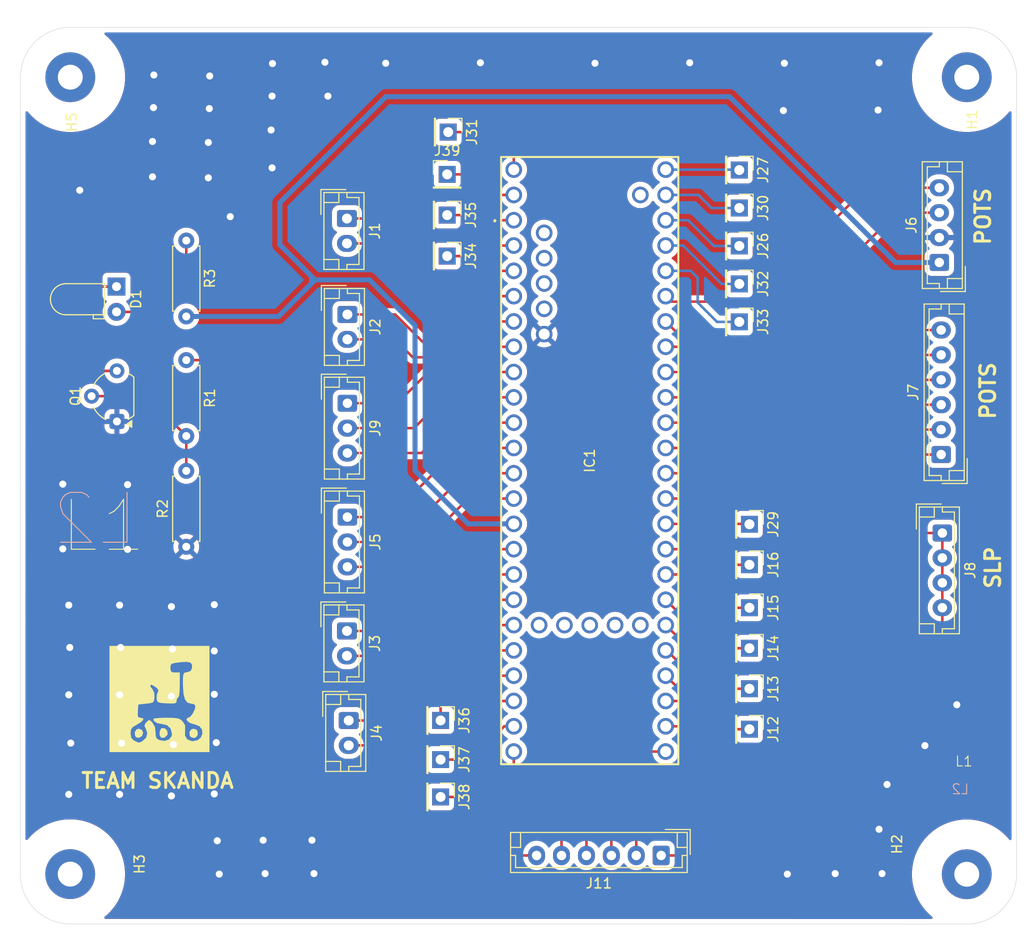
<source format=kicad_pcb>
(kicad_pcb (version 20241229) (generator "pcbnew") (generator_version "9.0")
  (layers (0 "F.Cu" signal) (2 "B.Cu" power) (13 "F.Paste" user) (15 "B.Paste" user) (5 "F.SilkS" user "F.Silkscreen") (7 "B.SilkS" user "B.Silkscreen") (1 "F.Mask" user) (3 "B.Mask" user) (25 "Edge.Cuts" user))
  (net 0 "")
  (net 1 "Net-(D1-K)")
  (net 2 "Net-(D1-A)")
  (net 3 "GND")
  (net 4 "Net-(IC1-A10)")
  (net 5 "Net-(IC1-A11)")
  (net 6 "Net-(IC1-RX2)")
  (net 7 "Net-(IC1-A13)")
  (net 8 "Net-(Q1-Pad2)")
  (net 9 "Net-(IC1-RX1)")
  (net 10 "Net-(IC1-IN2)")
  (net 11 "3V3")
  (net 12 "Net-(IC1-LRCLK2)")
  (net 13 "Net-(IC1-TX8)")
  (net 14 "Net-(IC1-A12)")
  (net 15 "Net-(IC1-CS_2)")
  (net 16 "Net-(IC1-RX8)")
  (net 17 "Net-(IC1-MOSI)")
  (net 18 "Net-(IC1-CS_1)")
  (net 19 "Net-(IC1-CTX3)")
  (net 20 "Net-(IC1-OUT1C)")
  (net 21 "Net-(IC1-MCLK2)")
  (net 22 "Net-(IC1-OUT1B)")
  (net 23 "Net-(IC1-MISO)")
  (net 24 "Net-(IC1-BCLK2)")
  (net 25 "Net-(IC1-OUT1D)")
  (net 26 "Net-(IC1-TX2)")
  (net 27 "Net-(IC1-ON{slash}OFF)")
  (net 28 "Net-(IC1-D-)")
  (net 29 "Net-(IC1-TX7)")
  (net 30 "Net-(IC1-3.3V_2)")
  (net 31 "Net-(IC1-VUSB)")
  (net 32 "Net-(IC1-GND_4)")
  (net 33 "Net-(IC1-PROGRAM)")
  (net 34 "Net-(IC1-A8)")
  (net 35 "Net-(IC1-A9)")
  (net 36 "Net-(IC1-CRX3)")
  (net 37 "Net-(IC1-VIN_(3.6_TO_5.5_VOLTS))")
  (net 38 "Net-(IC1-A14)")
  (net 39 "Net-(IC1-A17)")
  (net 40 "Net-(IC1-D+)")
  (net 41 "Net-(IC1-+5V)")
  (net 42 "Net-(IC1-CS_3)")
  (net 43 "Net-(IC1-GND_5)")
  (net 44 "Net-(IC1-GND_1)")
  (net 45 "Net-(IC1-GND_6)")
  (net 46 "Net-(IC1-GND_3)")
  (net 47 "Net-(IC1-RX7)")
  (net 48 "Net-(IC1-OUT2)")
  (net 49 "Net-(IC1-A16)")
  (net 50 "Net-(IC1-A15)")
  (net 51 "Net-(IC1-3.3V_(250_M_A_MAX))")
  (net 52 "Net-(IC1-TX1)")
  (net 53 "Net-(IC1-VBAT)")
  (net 54 "Net-(IC1-A7)")
  (net 55 "SLP")
  (net 56 "Net-(IC1-A0)")
  (net 57 "Net-(IC1-A5)")
  (net 58 "Net-(IC1-A2)")
  (net 59 "Net-(IC1-A4)")
  (net 60 "Net-(IC1-A6)")
  (net 61 "Net-(IC1-A1)")
  (net 62 "Net-(IC1-A3)")
  (footprint "Connector_JST:JST_EH_B2B-EH-A_1x02_P2.50mm_Vertical" (layer "F.Cu") (at 130.81 82.59 -90)
    (property "Reference" "J3")
    (property "Value" "Conn_01x02_Pin")
  )
  (footprint "LED_THT:LED_D3.0mm_Horizontal_O1.27mm_Z6.0mm" (layer "F.Cu") (at 107.69 48.02 -90)
    (property "Reference" "D1")
    (property "Value" "LED")
  )
  (footprint "Connector_PinHeader_2.54mm:PinHeader_1x01_P2.54mm_Vertical" (layer "F.Cu") (at 171.196 92.456 -90)
    (property "Reference" "J12")
    (property "Value" "Conn_01x01_Pin")
  )
  (footprint "Connector_PinHeader_2.54mm:PinHeader_1x01_P2.54mm_Vertical" (layer "F.Cu") (at 140.8684 36.7538)
    (property "Reference" "J39")
    (property "Value" "Conn_01x01_Pin")
  )
  (footprint "Connector_PinHeader_2.54mm:PinHeader_1x01_P2.54mm_Vertical" (layer "F.Cu") (at 170.18 36.322 -90)
    (property "Reference" "J27")
    (property "Value" "Conn_01x01_Pin")
  )
  (footprint "Package_TO_SOT_THT:TO-92L_Wide" (layer "F.Cu") (at 107.73 61.56 90)
    (property "Reference" "Q1")
    (property "Value" "2N3904")
  )
  (footprint "Connector_JST:JST_EH_B3B-EH-A_1x03_P2.50mm_Vertical" (layer "F.Cu") (at 130.856 59.73 -90)
    (property "Reference" "J9")
    (property "Value" "Conn_01x03_Pin")
  )
  (footprint "Connector_JST:JST_EH_B2B-EH-A_1x02_P2.50mm_Vertical" (layer "F.Cu") (at 130.81 41.188 -90)
    (property "Reference" "J1")
    (property "Value" "Conn_01x02_Pin")
  )
  (footprint "Connector_PinHeader_2.54mm:PinHeader_1x01_P2.54mm_Vertical" (layer "F.Cu") (at 171.196 88.392 -90)
    (property "Reference" "J13")
    (property "Value" "Conn_01x01_Pin")
  )
  (footprint "Connector_JST:JST_EH_B6B-EH-A_1x06_P2.50mm_Vertical" (layer "F.Cu") (at 190.43 64.88 90)
    (property "Reference" "J7")
    (property "Value" "Conn_01x06_Pin")
  )
  (footprint "LOGO" (layer "F.Cu") (at 112 89.5)
    (property "Reference" "G***" (hide yes))
    (property "Value" "LOGO" (hide yes))
  )
  (footprint "Resistor_THT:R_Axial_DIN0207_L6.3mm_D2.5mm_P7.62mm_Horizontal" (layer "F.Cu") (at 114.69 55.4 -90)
    (property "Reference" "R1")
    (property "Value" "10K")
  )
  (footprint "Connector_PinHeader_2.54mm:PinHeader_1x01_P2.54mm_Vertical" (layer "F.Cu") (at 140.8684 44.958 -90)
    (property "Reference" "J34")
    (property "Value" "Conn_01x01_Pin")
  )
  (footprint "Connector_PinHeader_2.54mm:PinHeader_1x01_P2.54mm_Vertical" (layer "F.Cu") (at 170.18 47.752 -90)
    (property "Reference" "J32")
    (property "Value" "Conn_01x01_Pin")
  )
  (footprint "MountingHole:MountingHole_2.5mm_Pad_TopBottom" (layer "F.Cu") (at 103.0527 27 -90)
    (property "Reference" "H5")
    (property "Value" "MountingHole")
  )
  (footprint "Connector_JST:JST_EH_B2B-EH-A_1x02_P2.50mm_Vertical" (layer "F.Cu") (at 130.99 91.58 -90)
    (property "Reference" "J4")
    (property "Value" "Conn_01x02_Pin")
  )
  (footprint "Connector_PinHeader_2.54mm:PinHeader_1x01_P2.54mm_Vertical" (layer "F.Cu") (at 140.208 91.574 -90)
    (property "Reference" "J36")
    (property "Value" "Conn_01x01_Pin")
  )
  (footprint "Connector_JST:JST_EH_B6B-EH-A_1x06_P2.50mm_Vertical" (layer "F.Cu") (at 162.34 105.13 180)
    (property "Reference" "J11")
    (property "Value" "Conn_01x06_Pin")
  )
  (footprint "Connector_PinHeader_2.54mm:PinHeader_1x01_P2.54mm_Vertical" (layer "F.Cu") (at 171.196 80.264 -90)
    (property "Reference" "J15")
    (property "Value" "Conn_01x01_Pin")
  )
  (footprint "MountingHole:MountingHole_2.5mm_Pad_TopBottom" (layer "F.Cu") (at 193 27 -90)
    (property "Reference" "H1")
    (property "Value" "MountingHole")
  )
  (footprint "Connector_PinHeader_2.54mm:PinHeader_1x01_P2.54mm_Vertical" (layer "F.Cu") (at 140.208 99.254 -90)
    (property "Reference" "J38")
    (property "Value" "Conn_01x01_Pin")
  )
  (footprint "Connector_PinHeader_2.54mm:PinHeader_1x01_P2.54mm_Vertical" (layer "F.Cu") (at 170.18 40.132 -90)
    (property "Reference" "J30")
    (property "Value" "Conn_01x01_Pin")
  )
  (footprint "Connector_PinHeader_2.54mm:PinHeader_1x01_P2.54mm_Vertical" (layer "F.Cu") (at 170.18 51.562 -90)
    (property "Reference" "J33")
    (property "Value" "Conn_01x01_Pin")
  )
  (footprint "Connector_JST:JST_EH_B4B-EH-A_1x04_P2.50mm_Vertical" (layer "F.Cu") (at 190.55 72.76 -90)
    (property "Reference" "J8")
    (property "Value" "Conn_01x04_Pin")
  )
  (footprint "Connector_JST:JST_EH_B4B-EH-A_1x04_P2.50mm_Vertical" (layer "F.Cu") (at 190.246 45.6 90)
    (property "Reference" "J6")
    (property "Value" "Conn_01x04_Pin")
  )
  (footprint "Connector_PinHeader_2.54mm:PinHeader_1x01_P2.54mm_Vertical" (layer "F.Cu") (at 140.97 32.512 -90)
    (property "Reference" "J31")
    (property "Value" "Conn_01x01_Pin")
  )
  (footprint "MountingHole:MountingHole_2.5mm_Pad_TopBottom" (layer "F.Cu") (at 193 107.014 -90)
    (property "Reference" "H2")
    (property "Value" "MountingHole")
  )
  (footprint "Connector_PinHeader_2.54mm:PinHeader_1x01_P2.54mm_Vertical" (layer "F.Cu") (at 170.18 43.942 -90)
    (property "Reference" "J26")
    (property "Value" "Conn_01x01_Pin")
  )
  (footprint "Connector_PinHeader_2.54mm:PinHeader_1x01_P2.54mm_Vertical" (layer "F.Cu") (at 171.196 84.328 -90)
    (property "Reference" "J14")
    (property "Value" "Conn_01x01_Pin")
  )
  (footprint "Connector_PinHeader_2.54mm:PinHeader_1x01_P2.54mm_Vertical" (layer "F.Cu") (at 140.8684 40.8432 -90)
    (property "Reference" "J35")
    (property "Value" "Conn_01x01_Pin")
  )
  (footprint "MountingHole:MountingHole_2.5mm_Pad_TopBottom" (layer "F.Cu") (at 103.0445 107.0007 -90)
    (property "Reference" "H3")
    (property "Value" "MountingHole")
  )
  (footprint "Resistor_THT:R_Axial_DIN0207_L6.3mm_D2.5mm_P7.62mm_Horizontal" (layer "F.Cu") (at 114.69 74.14 90)
    (property "Reference" "R2")
    (property "Value" "100K")
  )
  (footprint "teensy:TEENSY41" (layer "F.Cu") (at 147.55 41.36 -90)
    (property "Reference" "IC1")
    (property "Value" "TEENSY_4.1")
  )
  (footprint "Connector_PinHeader_2.54mm:PinHeader_1x01_P2.54mm_Vertical" (layer "F.Cu") (at 171.196 71.882 -90)
    (property "Reference" "J29")
    (property "Value" "Conn_01x01_Pin")
  )
  (footprint "Connector_PinHeader_2.54mm:PinHeader_1x01_P2.54mm_Vertical" (layer "F.Cu") (at 171.196 75.946 -90)
    (property "Reference" "J16")
    (property "Value" "Conn_01x01_Pin")
  )
  (footprint "Resistor_THT:R_Axial_DIN0207_L6.3mm_D2.5mm_P7.62mm_Horizontal" (layer "F.Cu") (at 114.69 43.4 -90)
    (property "Reference" "R3")
    (property "Value" "270")
  )
  (footprint "Connector_PinHeader_2.54mm:PinHeader_1x01_P2.54mm_Vertical" (layer "F.Cu") (at 140.208 95.504 -90)
    (property "Reference" "J37")
    (property "Value" "Conn_01x01_Pin")
  )
  (footprint "Connector_JST:JST_EH_B3B-EH-A_1x03_P2.50mm_Vertical" (layer "F.Cu") (at 130.856 71.16 -90)
    (property "Reference" "J5")
    (property "Value" "Conn_01x03_Pin")
  )
  (footprint "Connector_JST:JST_EH_B2B-EH-A_1x02_P2.50mm_Vertical" (layer "F.Cu") (at 130.856 50.82 -90)
    (property "Reference" "J2")
    (property "Value" "Conn_01x02_Pin")
  )
  (gr_poly (pts (xy 127.1016 47.8536) (xy 127.6096 47.3456) (xy 127.6096 47.244) (xy 127.1016 46.736) (xy 127.1016 47.1424)) (stroke (width 0.2)) (fill yes) (layer "B.Cu") (net 11))
  (gr_line (start 193 112.014) (end 103.043775 112.000737) (stroke (width 0.05)) (layer "Edge.Cuts"))
  (gr_line (start 103.052702 22) (end 193 22) (stroke (width 0.05)) (layer "Edge.Cuts"))
  (gr_arc (start 198 107.014) (mid 196.535534 110.549534) (end 193 112.014) (stroke (width 0.05)) (layer "Edge.Cuts"))
  (gr_line (start 98.044512 107.000225) (end 98.052702 26.999476) (stroke (width 0.05)) (layer "Edge.Cuts"))
  (gr_line (start 198 27) (end 198 107.014) (stroke (width 0.05)) (layer "Edge.Cuts"))
  (gr_arc (start 193 22) (mid 196.535534 23.464466) (end 198 27) (stroke (width 0.05)) (layer "Edge.Cuts"))
  (gr_arc (start 98.052702 26.999476) (mid 99.517353 23.464281) (end 103.052702 22) (stroke (width 0.05)) (layer "Edge.Cuts"))
  (gr_arc (start 103.043775 112.000737) (mid 99.508536 110.535829) (end 98.044512 107.000225) (stroke (width 0.05)) (layer "Edge.Cuts"))
  (gr_text "L1\n" (at 101.9 75 0) (layer "F.SilkS") (effects (font (size 5 5) (thickness 0.1)) (justify left bottom)))
  (gr_text "TEAM SKANDA" (at 104 98.5 0) (layer "F.SilkS") (effects (font (size 1.5 1.5) (thickness 0.3) (bold yes)) (justify left bottom)))
  (gr_text "POTS\n" (at 196 61.5 90) (layer "F.SilkS") (effects (font (size 1.5 1.5) (thickness 0.3) (bold yes)) (justify left bottom)))
  (gr_text "POTS\n" (at 195.5 44 90) (layer "F.SilkS") (effects (font (size 1.5 1.5) (thickness 0.3) (bold yes)) (justify left bottom)))
  (gr_text "L1" (at 191.77 96.266 0) (layer "F.SilkS") (effects (font (size 1 1) (thickness 0.1)) (justify left bottom)))
  (gr_text "SLP" (at 196.5 78.5 90) (layer "F.SilkS") (effects (font (size 1.5 1.5) (thickness 0.3) (bold yes)) (justify left bottom)))
  (gr_text "L2\n" (at 193.294 99.06 0) (layer "B.SilkS") (effects (font (size 1 1) (thickness 0.1)) (justify left bottom mirror)))
  (gr_text "L2" (at 110 74.3 0) (layer "B.SilkS") (effects (font (size 5 5) (thickness 0.1)) (justify left bottom mirror)))
  (segment (start 104.8416 56.48) (end 103.4288 55.0672) (width 0.254) (layer "F.Cu") (net 1))
  (segment (start 103.4288 55.0672) (end 103.4288 49.3268) (width 0.254) (layer "F.Cu") (net 1))
  (segment (start 107.73 56.48) (end 104.8416 56.48) (width 0.254) (layer "F.Cu") (net 1))
  (segment (start 103.4288 49.3268) (end 104.7356 48.02) (width 0.254) (layer "F.Cu") (net 1))
  (segment (start 104.7356 48.02) (end 107.69 48.02) (width 0.254) (layer "F.Cu") (net 1))
  (segment (start 114.69 45.58) (end 114.69 43.4) (width 0.254) (layer "F.Cu") (net 2))
  (segment (start 109.71 50.56) (end 114.69 45.58) (width 0.254) (layer "F.Cu") (net 2))
  (segment (start 107.69 50.56) (end 109.71 50.56) (width 0.254) (layer "F.Cu") (net 2))
  (via (at 117.7 93.8) (size 1.27) (drill 0.711) (layers "F.Cu" "B.Cu") (net 3))
  (via (at 108.1004 84.2508) (size 1.27) (drill 0.711) (layers "F.Cu" "B.Cu") (net 3))
  (via (at 174.7 25.6) (size 1.27) (drill 0.711) (layers "F.Cu" "B.Cu") (net 3))
  (via (at 165.1996 25.5492) (size 1.27) (drill 0.711) (layers "F.Cu" "B.Cu") (net 3))
  (via (at 144.1996 25.5492) (size 1.27) (drill 0.711) (layers "F.Cu" "B.Cu") (net 3))
  (via (at 119.1 41) (size 1.27) (drill 0.711) (layers "F.Cu" "B.Cu") (net 3))
  (via (at 122.6 106.9492) (size 1.27) (drill 0.711) (layers "F.Cu" "B.Cu") (net 3))
  (via (at 123.2 32.3) (size 1.27) (drill 0.711) (layers "F.Cu" "B.Cu") (net 3))
  (via (at 128.9 28.9) (size 1.27) (drill 0.711) (layers "F.Cu" "B.Cu") (net 3))
  (via (at 184.2 102.5) (size 1.27) (drill 0.711) (layers "F.Cu" "B.Cu") (net 3))
  (via (at 102.8996 99) (size 1.27) (drill 0.711) (layers "F.Cu" "B.Cu") (net 3))
  (via (at 113.4 94) (size 1.27) (drill 0.711) (layers "F.Cu" "B.Cu") (net 3))
  (via (at 127.4996 106.9492) (size 1.27) (drill 0.711) (layers "F.Cu" "B.Cu") (net 3))
  (via (at 113.1996 89.1492) (size 1.27) (drill 0.711) (layers "F.Cu" "B.Cu") (net 3))
  (via (at 155.7 25.6) (size 1.27) (drill 0.711) (layers "F.Cu" "B.Cu") (net 3))
  (via (at 192 90) (size 1.27) (drill 0.711) (layers "F.Cu" "B.Cu") (net 3))
  (via (at 184.4996 106.9492) (size 1.27) (drill 0.711) (layers "F.Cu" "B.Cu") (net 3))
  (via (at 116.9004 33.5508) (size 1.27) (drill 0.711) (layers "F.Cu" "B.Cu") (net 3))
  (via (at 104.0004 38.3508) (size 1.27) (drill 0.711) (layers "F.Cu" "B.Cu") (net 3))
  (via (at 127.3 103.6) (size 1.27) (drill 0.711) (layers "F.Cu" "B.Cu") (net 3))
  (via (at 113.3 84.4) (size 1.27) (drill 0.711) (layers "F.Cu" "B.Cu") (net 3))
  (via (at 113.1996 99.1492) (size 1.27) (drill 0.711) (layers "F.Cu" "B.Cu") (net 3))
  (via (at 108 89) (size 1.27) (drill 0.711) (layers "F.Cu" "B.Cu") (net 3))
  (via (at 108 99) (size 1.27) (drill 0.711) (layers "F.Cu" "B.Cu") (net 3))
  (via (at 102.8996 80) (size 1.27) (drill 0.711) (layers "F.Cu" "B.Cu") (net 3))
  (via (at 111.3 37) (size 1.27) (drill 0.711) (layers "F.Cu" "B.Cu") (net 3))
  (via (at 185 98) (size 1.27) (drill 0.711) (layers "F.Cu" "B.Cu") (net 3))
  (via (at 134.7 25.6) (size 1.27) (drill 0.711) (layers "F.Cu" "B.Cu") (net 3))
  (via (at 175 107) (size 1.27) (drill 0.711) (layers "F.Cu" "B.Cu") (net 3))
  (via (at 128.6 25.5) (size 1.27) (drill 0.711) (layers "F.Cu" "B.Cu") (net 3))
  (via (at 116.9 37.1) (size 1.27) (drill 0.711) (layers "F.Cu" "B.Cu") (net 3))
  (via (at 108.2004 93.8508) (size 1.27) (drill 0.711) (layers "F.Cu" "B.Cu") (net 3))
  (via (at 123.3 36.1) (size 1.27) (drill 0.711) (layers "F.Cu" "B.Cu") (net 3))
  (via (at 123.3 28.9) (size 1.27) (drill 0.711) (layers "F.Cu" "B.Cu") (net 3))
  (via (at 117.4996 98.9492) (size 1.27) (drill 0.711) (layers "F.Cu" "B.Cu") (net 3))
  (via (at 123.3392 25.6304) (size 1.27) (drill 0.711) (layers "F.Cu" "B.Cu") (net 3))
  (via (at 111.4004 30.0508) (size 1.27) (drill 0.711) (layers "F.Cu" "B.Cu") (net 3))
  (via (at 174.6004 30.3508) (size 1.27) (drill 0.711) (layers "F.Cu" "B.Cu") (net 3))
  (via (at 103 84.2508) (size 1.27) (drill 0.711) (layers "F.Cu" "B.Cu") (net 3))
  (via (at 111.4396 26.7812) (size 1.27) (drill 0.711) (layers "F.Cu" "B.Cu") (net 3))
  (via (at 113.1996 80.1492) (size 1.27) (drill 0.711) (layers "F.Cu" "B.Cu") (net 3))
  (via (at 108.8 74.4) (size 1.27) (drill 0.711) (layers "F.Cu" "B.Cu") (net 3))
  (via (at 117.5 84.6) (size 1.27) (drill 0.711) (layers "F.Cu" "B.Cu") (net 3))
  (via (at 179.8 106.9492) (size 1.27) (drill 0.711) (layers "F.Cu" "B.Cu") (net 3))
  (via (at 117.4996 88.9492) (size 1.27) (drill 0.711) (layers "F.Cu" "B.Cu") (net 3))
  (via (at 103.1 93.8508) (size 1.27) (drill 0.711) (layers "F.Cu" "B.Cu") (net 3))
  (via (at 184.1996 25.5492) (size 1.27) (drill 0.711) (layers "F.Cu" "B.Cu") (net 3))
  (via (at 111.3004 33.4508) (size 1.27) (drill 0.711) (layers "F.Cu" "B.Cu") (net 3))
  (via (at 102.3004 74.3508) (size 1.27) (drill 0.711) (layers "F.Cu" "B.Cu") (net 3))
  (via (at 117.4996 79.9492) (size 1.27) (drill 0.711) (layers "F.Cu" "B.Cu") (net 3))
  (via (at 118 107) (size 1.27) (drill 0.711) (layers "F.Cu" "B.Cu") (net 3))
  (via (at 188.8 94.1) (size 1.27) (drill 0.711) (layers "F.Cu" "B.Cu") (net 3))
  (via (at 102.3004 67.8508) (size 1.27) (drill 0.711) (layers "F.Cu" "B.Cu") (net 3))
  (via (at 117.0396 26.8812) (size 1.27) (drill 0.711) (layers "F.Cu" "B.Cu") (net 3))
  (via (at 122.4004 103.6) (size 1.27) (drill 0.711) (layers "F.Cu" "B.Cu") (net 3))
  (via (at 117.8004 103.6508) (size 1.27) (drill 0.711) (layers "F.Cu" "B.Cu") (net 3))
  (via (at 102.8996 89) (size 1.27) (drill 0.711) (layers "F.Cu" "B.Cu") (net 3))
  (via (at 117.0004 30.1508) (size 1.27) (drill 0.711) (layers "F.Cu" "B.Cu") (net 3))
  (via (at 184.1 30.3) (size 1.27) (drill 0.711) (layers "F.Cu" "B.Cu") (net 3))
  (via (at 108.8 67.9) (size 1.27) (drill 0.711) (layers "F.Cu" "B.Cu") (net 3))
  (via (at 108 80) (size 1.27) (drill 0.711) (layers "F.Cu" "B.Cu") (net 3))
  (segment (start 130.81 82.59) (end 137.12 82.59) (width 0.254) (layer "F.Cu") (net 4))
  (segment (start 137.12 82.59) (end 145.33 74.38) (width 0.254) (layer "F.Cu") (net 4))
  (segment (start 145.33 74.38) (end 147.55 74.38) (width 0.254) (layer "F.Cu") (net 4))
  (segment (start 145.076 76.92) (end 136.906 85.09) (width 0.254) (layer "F.Cu") (net 5))
  (segment (start 136.906 85.09) (end 130.81 85.09) (width 0.254) (layer "F.Cu") (net 5))
  (segment (start 147.55 76.92) (end 145.076 76.92) (width 0.254) (layer "F.Cu") (net 5))
  (segment (start 135.856 59.73) (end 138.986 56.6) (width 0.254) (layer "F.Cu") (net 6))
  (segment (start 130.856 59.73) (end 135.856 59.73) (width 0.254) (layer "F.Cu") (net 6))
  (segment (start 138.986 56.6) (end 147.55 56.6) (width 0.254) (layer "F.Cu") (net 6))
  (segment (start 132.996 94.08) (end 145.076 82) (width 0.254) (layer "F.Cu") (net 7))
  (segment (start 130.99 94.08) (end 132.996 94.08) (width 0.254) (layer "F.Cu") (net 7))
  (segment (start 145.076 82) (end 147.55 82) (width 0.254) (layer "F.Cu") (net 7))
  (segment (start 105.19 59.02) (end 110.69 59.02) (width 0.254) (layer "F.Cu") (net 8))
  (segment (start 114.69 66.52) (end 114.69 63.02) (width 0.254) (layer "F.Cu") (net 8))
  (segment (start 110.69 59.02) (end 114.69 63.02) (width 0.254) (layer "F.Cu") (net 8))
  (segment (start 143.002 36.7538) (end 145.0682 38.82) (width 0.254) (layer "F.Cu") (net 9))
  (segment (start 140.8684 36.7538) (end 143.002 36.7538) (width 0.254) (layer "F.Cu") (net 9))
  (segment (start 145.0682 38.82) (end 147.55 38.82) (width 0.254) (layer "F.Cu") (net 9))
  (segment (start 145.584 51.52) (end 147.55 51.52) (width 0.254) (layer "F.Cu") (net 10))
  (segment (start 130.856 50.82) (end 135.656 50.82) (width 0.254) (layer "F.Cu") (net 10))
  (segment (start 135.656 50.82) (end 138.43 53.594) (width 0.254) (layer "F.Cu") (net 10))
  (segment (start 143.51 53.594) (end 145.584 51.52) (width 0.254) (layer "F.Cu") (net 10))
  (segment (start 138.43 53.594) (end 143.51 53.594) (width 0.254) (layer "F.Cu") (net 10))
  (segment (start 169.206 28.956) (end 185.85 45.6) (width 0.508) (layer "B.Cu") (net 11))
  (segment (start 137.6426 51.9176) (end 137.6426 66.4972) (width 0.508) (layer "B.Cu") (net 11))
  (segment (start 124.079 39.5986) (end 134.7216 28.956) (width 0.508) (layer "B.Cu") (net 11))
  (segment (start 134.7216 28.956) (end 169.206 28.956) (width 0.508) (layer "B.Cu") (net 11))
  (segment (start 137.6426 66.4972) (end 142.9854 71.84) (width 0.508) (layer "B.Cu") (net 11))
  (segment (start 127.6096 47.3456) (end 133.0706 47.3456) (width 0.508) (layer "B.Cu") (net 11))
  (segment (start 127.6096 47.3456) (end 124.079 43.815) (width 0.508) (layer "B.Cu") (net 11))
  (segment (start 124.079 43.815) (end 124.079 39.5986) (width 0.508) (layer "B.Cu") (net 11))
  (segment (start 123.9352 51.02) (end 127.6096 47.3456) (width 0.508) (layer "B.Cu") (net 11))
  (segment (start 185.85 45.6) (end 190.246 45.6) (width 0.508) (layer "B.Cu") (net 11))
  (segment (start 133.0706 47.3456) (end 137.6426 51.9176) (width 0.508) (layer "B.Cu") (net 11))
  (segment (start 114.69 51.02) (end 123.9352 51.02) (width 0.508) (layer "B.Cu") (net 11))
  (segment (start 142.9854 71.84) (end 147.55 71.84) (width 0.508) (layer "B.Cu") (net 11))
  (segment (start 130.81 41.188) (end 135.803 41.188) (width 0.254) (layer "F.Cu") (net 12))
  (segment (start 145.3984 46.44) (end 147.55 46.44) (width 0.254) (layer "F.Cu") (net 12))
  (segment (start 135.803 41.188) (end 137.6172 43.0022) (width 0.254) (layer "F.Cu") (net 12))
  (segment (start 138.8618 47.7774) (end 144.0434 47.7774) (width 0.254) (layer "F.Cu") (net 12))
  (segment (start 137.6172 43.0022) (end 137.6172 46.5328) (width 0.254) (layer "F.Cu") (net 12))
  (segment (start 144.0434 47.7774) (end 145.3896 46.4312) (width 0.254) (layer "F.Cu") (net 12))
  (segment (start 145.3896 46.4312) (end 145.3984 46.44) (width 0.254) (layer "F.Cu") (net 12))
  (segment (start 137.6172 46.5328) (end 138.8618 47.7774) (width 0.254) (layer "F.Cu") (net 12))
  (segment (start 165.608 100.584) (end 164.846 101.346) (width 0.254) (layer "F.Cu") (net 13))
  (segment (start 164.846 101.346) (end 160.528 101.346) (width 0.254) (layer "F.Cu") (net 13))
  (segment (start 165.608 90.932) (end 165.608 100.584) (width 0.254) (layer "F.Cu") (net 13))
  (segment (start 164.296 89.62) (end 165.608 90.932) (width 0.254) (layer "F.Cu") (net 13))
  (segment (start 162.79 89.62) (end 164.296 89.62) (width 0.254) (layer "F.Cu") (net 13))
  (segment (start 160.528 101.346) (end 159.84 102.034) (width 0.254) (layer "F.Cu") (net 13))
  (segment (start 159.84 102.034) (end 159.84 105.13) (width 0.254) (layer "F.Cu") (net 13))
  (segment (start 145.076 79.46) (end 147.55 79.46) (width 0.254) (layer "F.Cu") (net 14))
  (segment (start 130.99 91.58) (end 132.956 91.58) (width 0.254) (layer "F.Cu") (net 14))
  (segment (start 132.956 91.58) (end 145.076 79.46) (width 0.254) (layer "F.Cu") (net 14))
  (segment (start 166.37 103.4) (end 164.64 105.13) (width 0.254) (layer "F.Cu") (net 15))
  (segment (start 164.64 105.13) (end 162.34 105.13) (width 0.254) (layer "F.Cu") (net 15))
  (segment (start 166.37 90.66) (end 166.37 103.4) (width 0.254) (layer "F.Cu") (net 15))
  (segment (start 162.79 87.08) (end 166.37 90.66) (width 0.254) (layer "F.Cu") (net 15))
  (segment (start 160.274 100.076) (end 157.34 103.01) (width 0.254) (layer "F.Cu") (net 16))
  (segment (start 164.55 92.16) (end 164.846 92.456) (width 0.254) (layer "F.Cu") (net 16))
  (segment (start 157.34 103.01) (end 157.34 105.13) (width 0.254) (layer "F.Cu") (net 16))
  (segment (start 164.338 100.076) (end 160.274 100.076) (width 0.254) (layer "F.Cu") (net 16))
  (segment (start 164.846 92.456) (end 164.846 99.568) (width 0.254) (layer "F.Cu") (net 16))
  (segment (start 162.79 92.16) (end 164.55 92.16) (width 0.254) (layer "F.Cu") (net 16))
  (segment (start 164.846 99.568) (end 164.338 100.076) (width 0.254) (layer "F.Cu") (net 16))
  (segment (start 135.86 73.66) (end 142.76 66.76) (width 0.254) (layer "F.Cu") (net 17))
  (segment (start 130.856 73.66) (end 135.86 73.66) (width 0.254) (layer "F.Cu") (net 17))
  (segment (start 142.76 66.76) (end 147.55 66.76) (width 0.254) (layer "F.Cu") (net 17))
  (segment (start 135.11 71.16) (end 142.05 64.22) (width 0.254) (layer "F.Cu") (net 18))
  (segment (start 130.856 71.16) (end 135.11 71.16) (width 0.254) (layer "F.Cu") (net 18))
  (segment (start 142.05 64.22) (end 147.55 64.22) (width 0.254) (layer "F.Cu") (net 18))
  (segment (start 146.6 92.16) (end 145.94 92.82) (width 0.254) (layer "F.Cu") (net 19))
  (segment (start 147.55 92.16) (end 146.6 92.16) (width 0.254) (layer "F.Cu") (net 19))
  (segment (start 145.94 92.82) (end 145.94 103.33) (width 0.254) (layer "F.Cu") (net 19))
  (segment (start 145.94 103.33) (end 147.74 105.13) (width 0.254) (layer "F.Cu") (net 19))
  (segment (start 147.74 105.13) (end 149.84 105.13) (width 0.254) (layer "F.Cu") (net 19))
  (segment (start 138.29 64.73) (end 141.34 61.68) (width 0.254) (layer "F.Cu") (net 20))
  (segment (start 130.856 64.73) (end 138.29 64.73) (width 0.254) (layer "F.Cu") (net 20))
  (segment (start 141.34 61.68) (end 147.55 61.68) (width 0.254) (layer "F.Cu") (net 20))
  (segment (start 159.808 94.7) (end 154.84 99.668) (width 0.254) (layer "F.Cu") (net 21))
  (segment (start 154.84 99.668) (end 154.84 105.13) (width 0.254) (layer "F.Cu") (net 21))
  (segment (start 162.79 94.7) (end 159.808 94.7) (width 0.254) (layer "F.Cu") (net 21))
  (segment (start 147.55 97.19) (end 147.55 94.7) (width 0.254) (layer "F.Cu") (net 22))
  (segment (start 152.34 105.13) (end 152.34 101.98) (width 0.254) (layer "F.Cu") (net 22))
  (segment (start 152.34 101.98) (end 147.55 97.19) (width 0.254) (layer "F.Cu") (net 22))
  (segment (start 142.97 69.3) (end 147.55 69.3) (width 0.254) (layer "F.Cu") (net 23))
  (segment (start 136.11 76.16) (end 142.97 69.3) (width 0.254) (layer "F.Cu") (net 23))
  (segment (start 130.856 76.16) (end 136.11 76.16) (width 0.254) (layer "F.Cu") (net 23))
  (segment (start 136.652 45.0596) (end 135.2804 43.688) (width 0.254) (layer "F.Cu") (net 24))
  (segment (start 135.2804 43.688) (end 130.81 43.688) (width 0.254) (layer "F.Cu") (net 24))
  (segment (start 136.652 46.8376) (end 136.652 45.0596) (width 0.254) (layer "F.Cu") (net 24))
  (segment (start 147.55 48.98) (end 138.7944 48.98) (width 0.254) (layer "F.Cu") (net 24))
  (segment (start 138.7944 48.98) (end 136.652 46.8376) (width 0.254) (layer "F.Cu") (net 24))
  (segment (start 144.822 54.06) (end 147.55 54.06) (width 0.254) (layer "F.Cu") (net 25))
  (segment (start 130.856 53.32) (end 135.616 53.32) (width 0.254) (layer "F.Cu") (net 25))
  (segment (start 137.414 55.118) (end 143.764 55.118) (width 0.254) (layer "F.Cu") (net 25))
  (segment (start 135.616 53.32) (end 137.414 55.118) (width 0.254) (layer "F.Cu") (net 25))
  (segment (start 143.764 55.118) (end 144.822 54.06) (width 0.254) (layer "F.Cu") (net 25))
  (segment (start 140.63 59.14) (end 147.55 59.14) (width 0.254) (layer "F.Cu") (net 26))
  (segment (start 130.856 62.23) (end 137.54 62.23) (width 0.254) (layer "F.Cu") (net 26))
  (segment (start 137.54 62.23) (end 140.63 59.14) (width 0.254) (layer "F.Cu") (net 26))
  (segment (start 143.256 94.996) (end 142.748 95.504) (width 0.254) (layer "F.Cu") (net 29))
  (segment (start 144.568 87.08) (end 143.256 88.392) (width 0.254) (layer "F.Cu") (net 29))
  (segment (start 142.748 95.504) (end 140.208 95.504) (width 0.254) (layer "F.Cu") (net 29))
  (segment (start 147.55 87.08) (end 144.568 87.08) (width 0.254) (layer "F.Cu") (net 29))
  (segment (start 143.256 88.392) (end 143.256 94.996) (width 0.254) (layer "F.Cu") (net 29))
  (segment (start 162.79 71.84) (end 171.154 71.84) (width 0.254) (layer "F.Cu") (net 32))
  (segment (start 171.154 71.84) (end 171.196 71.882) (width 0.254) (layer "F.Cu") (net 32))
  (segment (start 165.312 46.44) (end 166 47.128) (width 0.254) (layer "B.Cu") (net 34))
  (segment (start 167.94 51.562) (end 170.18 51.562) (width 0.254) (layer "B.Cu") (net 34))
  (segment (start 166 49.622) (end 167.94 51.562) (width 0.254) (layer "B.Cu") (net 34))
  (segment (start 162.79 46.44) (end 165.312 46.44) (width 0.254) (layer "B.Cu") (net 34))
  (segment (start 166 47.128) (end 166 49.622) (width 0.254) (layer "B.Cu") (net 34))
  (segment (start 170.11 47.822) (end 170.18 47.752) (width 0.254) (layer "F.Cu") (net 35))
  (segment (start 164.55 43.9) (end 168.402 47.752) (width 0.254) (layer "B.Cu") (net 35))
  (segment (start 162.79 43.9) (end 164.55 43.9) (width 0.254) (layer "B.Cu") (net 35))
  (segment (start 168.402 47.752) (end 170.18 47.752) (width 0.254) (layer "B.Cu") (net 35))
  (segment (start 144.272 97.028) (end 142.046 99.254) (width 0.254) (layer "F.Cu") (net 36))
  (segment (start 147.55 89.62) (end 145.584 89.62) (width 0.254) (layer "F.Cu") (net 36))
  (segment (start 145.584 89.62) (end 144.272 90.932) (width 0.254) (layer "F.Cu") (net 36))
  (segment (start 147.55 89.62) (end 147.55 89.7) (width 0.254) (layer "F.Cu") (net 36))
  (segment (start 142.046 99.254) (end 140.208 99.254) (width 0.254) (layer "F.Cu") (net 36))
  (segment (start 144.272 90.932) (end 144.272 97.028) (width 0.254) (layer "F.Cu") (net 36))
  (segment (start 170.138 36.28) (end 170.18 36.322) (width 0.254) (layer "B.Cu") (net 37))
  (segment (start 162.79 36.28) (end 170.138 36.28) (width 0.254) (layer "B.Cu") (net 37))
  (segment (start 169.182 88.392) (end 171.196 88.392) (width 0.254) (layer "F.Cu") (net 38))
  (segment (start 162.79 82) (end 169.182 88.392) (width 0.254) (layer "F.Cu") (net 38))
  (segment (start 162.79 74.38) (end 165.566 74.38) (width 0.254) (layer "F.Cu") (net 39))
  (segment (start 165.566 74.38) (end 167.132 75.946) (width 0.254) (layer "F.Cu") (net 39))
  (segment (start 167.132 75.946) (end 171.196 75.946) (width 0.254) (layer "F.Cu") (net 39))
  (segment (start 167.132 91.44) (end 168.148 92.456) (width 0.254) (layer "F.Cu") (net 42))
  (segment (start 162.79 84.54) (end 162.9 84.54) (width 0.254) (layer "F.Cu") (net 42))
  (segment (start 167.132 88.772) (end 167.132 91.44) (width 0.254) (layer "F.Cu") (net 42))
  (segment (start 168.148 92.456) (end 171.196 92.456) (width 0.254) (layer "F.Cu") (net 42))
  (segment (start 162.9 84.54) (end 167.132 88.772) (width 0.254) (layer "F.Cu") (net 42))
  (segment (start 162.79 38.82) (end 166.074 38.82) (width 0.254) (layer "B.Cu") (net 43))
  (segment (start 166.074 38.82) (end 167.386 40.132) (width 0.254) (layer "B.Cu") (net 43))
  (segment (start 167.386 40.132) (end 170.18 40.132) (width 0.254) (layer "B.Cu") (net 43))
  (segment (start 147.55 33.3516) (end 146.7104 32.512) (width 0.254) (layer "F.Cu") (net 45))
  (segment (start 146.7104 32.512) (end 140.97 32.512) (width 0.254) (layer "F.Cu") (net 45))
  (segment (start 147.55 36.28) (end 147.55 33.3516) (width 0.254) (layer "F.Cu") (net 45))
  (segment (start 147.55 84.54) (end 144.06 84.54) (width 0.254) (layer "F.Cu") (net 47))
  (segment (start 140.208 88.392) (end 140.208 91.574) (width 0.254) (layer "F.Cu") (net 47))
  (segment (start 144.06 84.54) (end 140.208 88.392) (width 0.254) (layer "F.Cu") (net 47))
  (segment (start 140.8684 44.958) (end 143.6116 44.958) (width 0.254) (layer "F.Cu") (net 48))
  (segment (start 144.6696 43.9) (end 147.55 43.9) (width 0.254) (layer "F.Cu") (net 48))
  (segment (start 143.6116 44.958) (end 144.6696 43.9) (width 0.254) (layer "F.Cu") (net 48))
  (segment (start 167.624 80.264) (end 171.196 80.264) (width 0.254) (layer "F.Cu") (net 49))
  (segment (start 164.28 76.92) (end 167.624 80.264) (width 0.254) (layer "F.Cu") (net 49))
  (segment (start 162.79 76.92) (end 164.28 76.92) (width 0.254) (layer "F.Cu") (net 49))
  (segment (start 165.94 82.61) (end 165.97 82.61) (width 0.254) (layer "F.Cu") (net 50))
  (segment (start 165.97 82.61) (end 167.688 84.328) (width 0.254) (layer "F.Cu") (net 50))
  (segment (start 167.688 84.328) (end 171.196 84.328) (width 0.254) (layer "F.Cu") (net 50))
  (segment (start 162.79 79.46) (end 165.94 82.61) (width 0.254) (layer "F.Cu") (net 50))
  (segment (start 167.64 43.942) (end 170.18 43.942) (width 0.254) (layer "B.Cu") (net 51))
  (segment (start 165.058 41.36) (end 167.64 43.942) (width 0.254) (layer "B.Cu") (net 51))
  (segment (start 162.79 41.36) (end 165.058 41.36) (width 0.254) (layer "B.Cu") (net 51))
  (segment (start 144.399 40.8432) (end 144.9158 41.36) (width 0.254) (layer "F.Cu") (net 52))
  (segment (start 140.8684 40.8432) (end 144.399 40.8432) (width 0.254) (layer "F.Cu") (net 52))
  (segment (start 144.9158 41.36) (end 147.55 41.36) (width 0.254) (layer "F.Cu") (net 52))
  (segment (start 163.34 49.53) (end 171.49 49.53) (width 0.254) (layer "F.Cu") (net 54))
  (segment (start 171.49 49.53) (end 182.92 38.1) (width 0.254) (layer "F.Cu") (net 54))
  (segment (start 182.92 38.1) (end 190.246 38.1) (width 0.254) (layer "F.Cu") (net 54))
  (segment (start 162.79 48.98) (end 163.34 49.53) (width 0.254) (layer "F.Cu") (net 54))
  (segment (start 123.19 94.44) (end 137.462 108.712) (width 0.254) (layer "F.Cu") (net 55))
  (segment (start 114.69 55.4) (end 119.01 55.4) (width 0.254) (layer "F.Cu") (net 55))
  (segment (start 119.01 55.4) (end 123.19 59.58) (width 0.254) (layer "F.Cu") (net 55))
  (segment (start 123.19 59.58) (end 123.19 94.44) (width 0.254) (layer "F.Cu") (net 55))
  (segment (start 190.55 77.76) (end 190.55 75.26) (width 0.254) (layer "F.Cu") (net 55))
  (segment (start 190.55 72.76) (end 190.55 75.26) (width 0.254) (layer "F.Cu") (net 55))
  (segment (start 190.55 80.26) (end 190.55 77.76) (width 0.254) (layer "F.Cu") (net 55))
  (segment (start 183.12 72.76) (end 190.55 72.76) (width 0.254) (layer "F.Cu") (net 55))
  (segment (start 137.462 108.712) (end 167.788 108.712) (width 0.254) (layer "F.Cu") (net 55))
  (segment (start 162.79 69.3) (end 179.66 69.3) (width 0.254) (layer "F.Cu") (net 55))
  (segment (start 167.788 108.712) (end 190.55 85.95) (width 0.254) (layer "F.Cu") (net 55))
  (segment (start 190.55 85.95) (end 190.55 80.26) (width 0.254) (layer "F.Cu") (net 55))
  (segment (start 179.66 69.3) (end 183.12 72.76) (width 0.254) (layer "F.Cu") (net 55))
  (segment (start 184.89 64.88) (end 190.43 64.88) (width 0.254) (layer "F.Cu") (net 56))
  (segment (start 183.01 66.76) (end 184.89 64.88) (width 0.254) (layer "F.Cu") (net 56))
  (segment (start 162.79 66.76) (end 183.01 66.76) (width 0.254) (layer "F.Cu") (net 56))
  (segment (start 190.43 52.38) (end 181.89 52.38) (width 0.254) (layer "F.Cu") (net 57))
  (segment (start 181.89 52.38) (end 180.21 54.06) (width 0.254) (layer "F.Cu") (net 57))
  (segment (start 190.38 52.33) (end 190.43 52.38) (width 0.254) (layer "F.Cu") (net 57))
  (segment (start 180.21 54.06) (end 162.79 54.06) (width 0.254) (layer "F.Cu") (net 57))
  (segment (start 183.39 59.88) (end 181.59 61.68) (width 0.254) (layer "F.Cu") (net 58))
  (segment (start 181.59 61.68) (end 162.79 61.68) (width 0.254) (layer "F.Cu") (net 58))
  (segment (start 190.43 59.88) (end 183.39 59.88) (width 0.254) (layer "F.Cu") (net 58))
  (segment (start 180.17 56.6) (end 162.79 56.6) (width 0.254) (layer "F.Cu") (net 59))
  (segment (start 190.43 54.88) (end 181.89 54.88) (width 0.254) (layer "F.Cu") (net 59))
  (segment (start 181.89 54.88) (end 180.17 56.6) (width 0.254) (layer "F.Cu") (net 59))
  (segment (start 162.79 51.52) (end 164.61 53.34) (width 0.254) (layer "F.Cu") (net 60))
  (segment (start 185.968 40.6) (end 190.246 40.6) (width 0.254) (layer "F.Cu") (net 60))
  (segment (start 164.61 53.34) (end 173.228 53.34) (width 0.254) (layer "F.Cu") (net 60))
  (segment (start 173.228 53.34) (end 185.968 40.6) (width 0.254) (layer "F.Cu") (net 60))
  (segment (start 184.14 62.38) (end 190.43 62.38) (width 0.254) (layer "F.Cu") (net 61))
  (segment (start 162.79 64.22) (end 182.3 64.22) (width 0.254) (layer "F.Cu") (net 61))
  (segment (start 182.3 64.22) (end 184.14 62.38) (width 0.254) (layer "F.Cu") (net 61))
  (segment (start 180.63 59.14) (end 182.39 57.38) (width 0.254) (layer "F.Cu") (net 62))
  (segment (start 182.39 57.38) (end 190.43 57.38) (width 0.254) (layer "F.Cu") (net 62))
  (segment (start 162.79 59.14) (end 180.63 59.14) (width 0.254) (layer "F.Cu") (net 62))
  (zone (net 3) (net_name "GND") (layers "F.Cu" "B.Cu") (connect_pads (clearance 0.5)) (min_thickness 0.25) (fill yes (thermal_gap 0.5) (thermal_bridge_width 0.5))
    (polygon (pts (xy 198.75 19.25) (xy 198.75 114.5) (xy 96 114.5) (xy 96 19.25)))
  )
)
</source>
